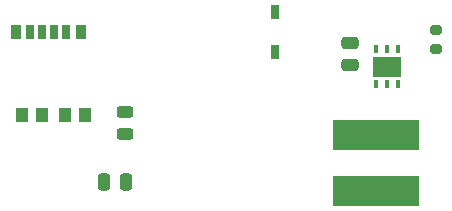
<source format=gbr>
%TF.GenerationSoftware,KiCad,Pcbnew,7.0.10-1.fc38*%
%TF.CreationDate,2024-02-26T14:13:32+00:00*%
%TF.ProjectId,desk-light,6465736b-2d6c-4696-9768-742e6b696361,rev?*%
%TF.SameCoordinates,Original*%
%TF.FileFunction,Paste,Top*%
%TF.FilePolarity,Positive*%
%FSLAX46Y46*%
G04 Gerber Fmt 4.6, Leading zero omitted, Abs format (unit mm)*
G04 Created by KiCad (PCBNEW 7.0.10-1.fc38) date 2024-02-26 14:13:32*
%MOMM*%
%LPD*%
G01*
G04 APERTURE LIST*
G04 Aperture macros list*
%AMRoundRect*
0 Rectangle with rounded corners*
0 $1 Rounding radius*
0 $2 $3 $4 $5 $6 $7 $8 $9 X,Y pos of 4 corners*
0 Add a 4 corners polygon primitive as box body*
4,1,4,$2,$3,$4,$5,$6,$7,$8,$9,$2,$3,0*
0 Add four circle primitives for the rounded corners*
1,1,$1+$1,$2,$3*
1,1,$1+$1,$4,$5*
1,1,$1+$1,$6,$7*
1,1,$1+$1,$8,$9*
0 Add four rect primitives between the rounded corners*
20,1,$1+$1,$2,$3,$4,$5,0*
20,1,$1+$1,$4,$5,$6,$7,0*
20,1,$1+$1,$6,$7,$8,$9,0*
20,1,$1+$1,$8,$9,$2,$3,0*%
G04 Aperture macros list end*
%ADD10R,0.406400X0.762000*%
%ADD11R,2.438400X1.676400*%
%ADD12RoundRect,0.200000X0.275000X-0.200000X0.275000X0.200000X-0.275000X0.200000X-0.275000X-0.200000X0*%
%ADD13R,1.005599X1.199998*%
%ADD14R,7.289800X2.590800*%
%ADD15R,0.812800X1.193800*%
%ADD16R,0.762000X1.193800*%
%ADD17R,0.711200X1.193800*%
%ADD18RoundRect,0.243750X-0.456250X0.243750X-0.456250X-0.243750X0.456250X-0.243750X0.456250X0.243750X0*%
%ADD19R,0.762000X1.219200*%
%ADD20RoundRect,0.250000X-0.475000X0.250000X-0.475000X-0.250000X0.475000X-0.250000X0.475000X0.250000X0*%
%ADD21RoundRect,0.250000X0.250000X0.475000X-0.250000X0.475000X-0.250000X-0.475000X0.250000X-0.475000X0*%
G04 APERTURE END LIST*
D10*
%TO.C,U1*%
X139269998Y-110350000D03*
X140219999Y-110350000D03*
X141170000Y-110350000D03*
X141170000Y-107454400D03*
X140219999Y-107454400D03*
X139269998Y-107454400D03*
D11*
X140219999Y-108902200D03*
%TD*%
D12*
%TO.C,R3*%
X144380000Y-107430000D03*
X144380000Y-105780000D03*
%TD*%
D13*
%TO.C,R2*%
X109314403Y-113000006D03*
X111020001Y-113000006D03*
%TD*%
%TO.C,R1*%
X114625599Y-113000006D03*
X112920001Y-113000006D03*
%TD*%
D14*
%TO.C,L1*%
X139280000Y-114710000D03*
X139280000Y-119409000D03*
%TD*%
D15*
%TO.C,J1*%
X114269993Y-106010006D03*
D16*
X113039995Y-106010006D03*
D17*
X112019997Y-106010006D03*
X111019999Y-106010006D03*
D16*
X110000001Y-106010006D03*
D15*
X108770003Y-106010006D03*
%TD*%
D18*
%TO.C,F1*%
X118040001Y-112715006D03*
X118040001Y-114590006D03*
%TD*%
D19*
%TO.C,D1*%
X130750000Y-107636400D03*
X130750000Y-104283600D03*
%TD*%
D20*
%TO.C,C2*%
X137060000Y-106890000D03*
X137060000Y-108790000D03*
%TD*%
D21*
%TO.C,C1*%
X118130001Y-118670006D03*
X116230001Y-118670006D03*
%TD*%
M02*

</source>
